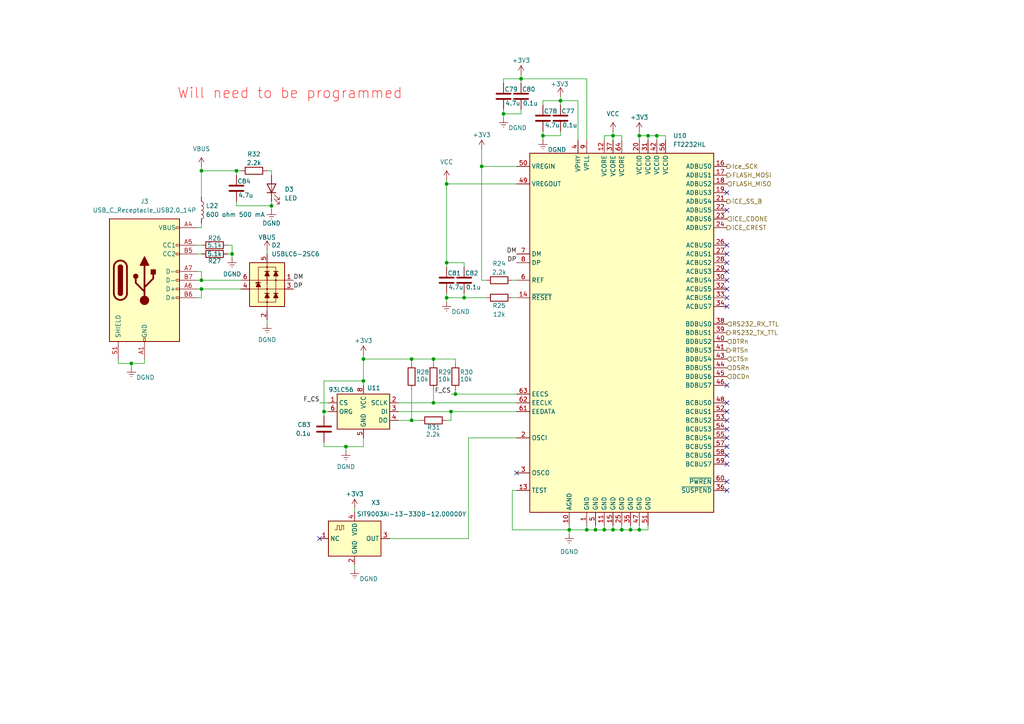
<source format=kicad_sch>
(kicad_sch (version 20231120) (generator "eeschema") (generator_version "8.0")
  (paper "A4")
  (lib_symbols
    (symbol "Connector:USB_C_Receptacle_USB2.0_14P" (pin_names (offset 1.016))
      (property "Reference" "J" (at 0 22.225 0))
      (property "Value" "USB_C_Receptacle_USB2.0_14P" (at 0 19.685 0))
      (symbol "USB_C_Receptacle_USB2.0_14P_0_0"
        (rectangle (start -0.254 -17.78) (end 0.254 -16.764))
        (rectangle (start 10.16 -4.826) (end 9.144 -5.334))
        (rectangle (start 10.16 -2.286) (end 9.144 -2.794))
        (rectangle (start 10.16 0.254) (end 9.144 -0.254))
        (rectangle (start 10.16 2.794) (end 9.144 2.286))
        (rectangle (start 10.16 7.874) (end 9.144 7.366))
        (rectangle (start 10.16 10.414) (end 9.144 9.906))
        (rectangle (start 10.16 15.494) (end 9.144 14.986))
      )
      (symbol "USB_C_Receptacle_USB2.0_14P_0_1"
        (rectangle (start -10.16 17.78) (end 10.16 -17.78) (stroke (width 0.254)) (fill (type background)))
        (arc (start -8.89 -3.81) (mid -6.985 -5.7067) (end -5.08 -3.81) (stroke (width 0.508)))
        (arc (start -7.62 -3.81) (mid -6.985 -4.4423) (end -6.35 -3.81) (stroke (width 0.254)))
        (arc (start -7.62 -3.81) (mid -6.985 -4.4423) (end -6.35 -3.81) (stroke (width 0.254)) (fill (type outline)))
        (rectangle (start -7.62 -3.81) (end -6.35 3.81) (stroke (width 0.254)) (fill (type outline)))
        (arc (start -6.35 3.81) (mid -6.985 4.4423) (end -7.62 3.81) (stroke (width 0.254)))
        (arc (start -6.35 3.81) (mid -6.985 4.4423) (end -7.62 3.81) (stroke (width 0.254)) (fill (type outline)))
        (arc (start -5.08 3.81) (mid -6.985 5.7067) (end -8.89 3.81) (stroke (width 0.508)))
        (circle (center -2.54 1.143) (radius 0.635) (stroke (width 0.254)) (fill (type outline)))
        (circle (center 0 -5.842) (radius 1.27) (fill (type outline)))
        (polyline (pts (xy -8.89 -3.81) (xy -8.89 3.81)) (stroke (width 0.508)))
        (polyline (pts (xy -5.08 3.81) (xy -5.08 -3.81)) (stroke (width 0.508)))
        (polyline (pts (xy 0 -5.842) (xy 0 4.318)) (stroke (width 0.508)))
        (polyline (pts (xy 0 -3.302) (xy -2.54 -0.762) (xy -2.54 0.508)) (stroke (width 0.508)))
        (polyline (pts (xy 0 -2.032) (xy 2.54 0.508) (xy 2.54 1.778)) (stroke (width 0.508)))
        (polyline (pts (xy -1.27 4.318) (xy 0 6.858) (xy 1.27 4.318) (xy -1.27 4.318)) (stroke (width 0.254)) (fill (type outline)))
        (rectangle (start 1.905 1.778) (end 3.175 3.048) (stroke (width 0.254)) (fill (type outline)))
      )
      (symbol "USB_C_Receptacle_USB2.0_14P_1_1"
        (pin passive line (at 0 -22.86 90) (length 5.08) (name "GND") (number "A1"))
        (pin passive line (at 0 -22.86 90) (length 5.08) hide (name "GND") (number "A12"))
        (pin passive line (at 15.24 15.24 180) (length 5.08) (name "VBUS") (number "A4"))
        (pin bidirectional line (at 15.24 10.16 180) (length 5.08) (name "CC1") (number "A5"))
        (pin bidirectional line (at 15.24 -2.54 180) (length 5.08) (name "D+") (number "A6"))
        (pin bidirectional line (at 15.24 2.54 180) (length 5.08) (name "D-") (number "A7"))
        (pin passive line (at 15.24 15.24 180) (length 5.08) hide (name "VBUS") (number "A9"))
        (pin passive line (at 0 -22.86 90) (length 5.08) hide (name "GND") (number "B1"))
        (pin passive line (at 0 -22.86 90) (length 5.08) hide (name "GND") (number "B12"))
        (pin passive line (at 15.24 15.24 180) (length 5.08) hide (name "VBUS") (number "B4"))
        (pin bidirectional line (at 15.24 7.62 180) (length 5.08) (name "CC2") (number "B5"))
        (pin bidirectional line (at 15.24 -5.08 180) (length 5.08) (name "D+") (number "B6"))
        (pin bidirectional line (at 15.24 0 180) (length 5.08) (name "D-") (number "B7"))
        (pin passive line (at 15.24 15.24 180) (length 5.08) hide (name "VBUS") (number "B9"))
        (pin passive line (at -7.62 -22.86 90) (length 5.08) (name "SHIELD") (number "S1"))
      )
    )
    (symbol "Device:C" (pin_numbers hide) (pin_names (offset 0.254))
      (property "Reference" "C" (at 0.635 2.54 0))
      (property "Value" "C" (at 0.635 -2.54 0))
      (symbol "C_0_1"
        (polyline (pts (xy -2.032 -0.762) (xy 2.032 -0.762)) (stroke (width 0.508)))
        (polyline (pts (xy -2.032 0.762) (xy 2.032 0.762)) (stroke (width 0.508)))
      )
      (symbol "C_1_1"
        (pin passive line (at 0 3.81 270) (length 2.794) (name "~") (number "1"))
        (pin passive line (at 0 -3.81 90) (length 2.794) (name "~") (number "2"))
      )
    )
    (symbol "Device:L" (pin_numbers hide) (pin_names (offset 1.016) hide)
      (property "Reference" "L" (at -1.27 0 90))
      (property "Value" "L" (at 1.905 0 90))
      (symbol "L_0_1"
        (arc (start 0 -2.54) (mid 0.6323 -1.905) (end 0 -1.27))
        (arc (start 0 -1.27) (mid 0.6323 -0.635) (end 0 0))
        (arc (start 0 0) (mid 0.6323 0.635) (end 0 1.27))
        (arc (start 0 1.27) (mid 0.6323 1.905) (end 0 2.54))
      )
      (symbol "L_1_1"
        (pin passive line (at 0 3.81 270) (length 1.27) (name "1") (number "1"))
        (pin passive line (at 0 -3.81 90) (length 1.27) (name "2") (number "2"))
      )
    )
    (symbol "Device:LED" (pin_numbers hide) (pin_names (offset 1.016) hide)
      (property "Reference" "D" (at 0 2.54 0))
      (property "Value" "LED" (at 0 -2.54 0))
      (symbol "LED_0_1"
        (polyline (pts (xy -1.27 -1.27) (xy -1.27 1.27)) (stroke (width 0.254)))
        (polyline (pts (xy -1.27 0) (xy 1.27 0)))
        (polyline (pts (xy 1.27 -1.27) (xy 1.27 1.27) (xy -1.27 0) (xy 1.27 -1.27)) (stroke (width 0.254)))
        (polyline (pts (xy -3.048 -0.762) (xy -4.572 -2.286) (xy -3.81 -2.286) (xy -4.572 -2.286) (xy -4.572 -1.524)))
        (polyline (pts (xy -1.778 -0.762) (xy -3.302 -2.286) (xy -2.54 -2.286) (xy -3.302 -2.286) (xy -3.302 -1.524)))
      )
      (symbol "LED_1_1"
        (pin passive line (at -3.81 0 0) (length 2.54) (name "K") (number "1"))
        (pin passive line (at 3.81 0 180) (length 2.54) (name "A") (number "2"))
      )
    )
    (symbol "Device:R" (pin_numbers hide) (pin_names (offset 0))
      (property "Reference" "R" (at 2.032 0 90))
      (property "Value" "R" (at 0 0 90))
      (symbol "R_0_1"
        (rectangle (start -1.016 -2.54) (end 1.016 2.54) (stroke (width 0.254)))
      )
      (symbol "R_1_1"
        (pin passive line (at 0 3.81 270) (length 1.27) (name "~") (number "1"))
        (pin passive line (at 0 -3.81 90) (length 1.27) (name "~") (number "2"))
      )
    )
    (symbol "Diode_TVS_AKL:USBLC6-2SC6" (pin_names (offset 1.016) hide)
      (property "Reference" "D" (at 6.35 6.35 0))
      (property "Value" "USBLC6-2SC6" (at 6.35 3.81 0))
      (symbol "USBLC6-2SC6_0_1"
        (rectangle (start -5.08 5.08) (end 5.08 -7.62) (stroke (width 0.254)) (fill (type background)))
        (polyline (pts (xy -5.08 -2.54) (xy 5.08 -2.54)))
        (polyline (pts (xy -5.08 0) (xy 5.08 0)))
        (polyline (pts (xy -2.54 -6.35) (xy -2.54 1.27)))
        (polyline (pts (xy -1.905 -3.81) (xy -3.175 -3.81)) (stroke (width 0.254)))
        (polyline (pts (xy -1.905 2.54) (xy -3.175 2.54)) (stroke (width 0.254)))
        (polyline (pts (xy 0 -8.89) (xy 0 -7.62)))
        (polyline (pts (xy 0 -7.62) (xy 0 -6.35)))
        (polyline (pts (xy 0 -1.27) (xy 0 1.27)))
        (polyline (pts (xy 0 1.27) (xy 0 -3.81)))
        (polyline (pts (xy 0 2.54) (xy 0 3.81)))
        (polyline (pts (xy 0 5.08) (xy 0 3.81)))
        (polyline (pts (xy 0.635 -3.81) (xy -0.635 -3.81)) (stroke (width 0.254)))
        (polyline (pts (xy 0.635 2.54) (xy -0.635 2.54)) (stroke (width 0.254)))
        (polyline (pts (xy 3.175 -0.635) (xy 1.905 -0.635)) (stroke (width 0.254)))
        (polyline (pts (xy -2.54 -6.35) (xy -2.54 -6.35) (xy 2.54 -6.35) (xy 2.54 -3.175)))
        (polyline (pts (xy -2.54 -3.81) (xy -1.905 -5.08) (xy -3.175 -5.08) (xy -2.54 -3.81)) (stroke (width 0.254)) (fill (type outline)))
        (polyline (pts (xy -2.54 2.54) (xy -1.905 1.27) (xy -3.175 1.27) (xy -2.54 2.54)) (stroke (width 0.254)) (fill (type outline)))
        (polyline (pts (xy 0 -3.81) (xy 0.635 -5.08) (xy -0.635 -5.08) (xy 0 -3.81)) (stroke (width 0.254)) (fill (type outline)))
        (polyline (pts (xy 0 2.54) (xy 0.635 1.27) (xy -0.635 1.27) (xy 0 2.54)) (stroke (width 0.254)) (fill (type outline)))
        (polyline (pts (xy 2.54 -0.635) (xy 2.54 3.81) (xy -2.54 3.81) (xy -2.54 2.54)))
        (polyline (pts (xy 2.54 -0.635) (xy 3.175 -1.905) (xy 1.905 -1.905) (xy 2.54 -0.635)) (stroke (width 0.254)) (fill (type outline)))
      )
      (symbol "USBLC6-2SC6_1_1"
        (circle (center -2.54 0) (radius 0.1778) (fill (type outline)))
        (circle (center 0 -6.35) (radius 0.1778) (fill (type outline)))
        (circle (center 0 -2.54) (radius 0.1778) (fill (type outline)))
        (polyline (pts (xy 0 -6.35) (xy 0 -3.81)))
        (polyline (pts (xy 0 0) (xy 0 2.54)))
        (polyline (pts (xy 2.54 -3.175) (xy 2.54 -0.635)))
        (polyline (pts (xy 3.175 -0.635) (xy 3.175 -1.016)) (stroke (width 0.254)))
        (circle (center 0 3.81) (radius 0.1778) (fill (type outline)))
        (pin passive line (at -7.62 0 0) (length 2.54) (name "L1") (number "1"))
        (pin passive line (at 0 -11.43 90) (length 2.54) (name "VN") (number "2"))
        (pin passive line (at -7.62 -2.54 0) (length 2.54) (name "L2") (number "3"))
        (pin passive line (at 7.62 -2.54 180) (length 2.54) (name "L2") (number "4"))
        (pin passive line (at 0 7.62 270) (length 2.54) (name "VP") (number "5"))
        (pin passive line (at 7.62 0 180) (length 2.54) (name "L1") (number "6"))
      )
    )
    (symbol "Interface_USB:FT2232HL"
      (property "Reference" "U" (at -26.67 53.34 0))
      (property "Value" "FT2232HL" (at 19.05 53.34 0))
      (symbol "FT2232HL_0_1"
        (rectangle (start -26.67 -52.07) (end 26.67 52.07) (stroke (width 0.254)) (fill (type background)))
      )
      (symbol "FT2232HL_1_1"
        (pin power_in line (at -10.16 -55.88 90) (length 3.81) (name "GND") (number "1"))
        (pin power_in line (at -15.24 -55.88 90) (length 3.81) (name "AGND") (number "10"))
        (pin power_in line (at -5.08 -55.88 90) (length 3.81) (name "GND") (number "11"))
        (pin power_in line (at -5.08 55.88 270) (length 3.81) (name "VCORE") (number "12"))
        (pin input line (at -30.48 -45.72 0) (length 3.81) (name "TEST") (number "13"))
        (pin input line (at -30.48 10.16 0) (length 3.81) (name "~{RESET}") (number "14"))
        (pin power_in line (at -2.54 -55.88 90) (length 3.81) (name "GND") (number "15"))
        (pin bidirectional line (at 30.48 48.26 180) (length 3.81) (name "ADBUS0") (number "16"))
        (pin bidirectional line (at 30.48 45.72 180) (length 3.81) (name "ADBUS1") (number "17"))
        (pin bidirectional line (at 30.48 43.18 180) (length 3.81) (name "ADBUS2") (number "18"))
        (pin bidirectional line (at 30.48 40.64 180) (length 3.81) (name "ADBUS3") (number "19"))
        (pin input line (at -30.48 -30.48 0) (length 3.81) (name "OSCI") (number "2"))
        (pin power_in line (at 5.08 55.88 270) (length 3.81) (name "VCCIO") (number "20"))
        (pin bidirectional line (at 30.48 38.1 180) (length 3.81) (name "ADBUS4") (number "21"))
        (pin bidirectional line (at 30.48 35.56 180) (length 3.81) (name "ADBUS5") (number "22"))
        (pin bidirectional line (at 30.48 33.02 180) (length 3.81) (name "ADBUS6") (number "23"))
        (pin bidirectional line (at 30.48 30.48 180) (length 3.81) (name "ADBUS7") (number "24"))
        (pin power_in line (at 0 -55.88 90) (length 3.81) (name "GND") (number "25"))
        (pin bidirectional line (at 30.48 25.4 180) (length 3.81) (name "ACBUS0") (number "26"))
        (pin bidirectional line (at 30.48 22.86 180) (length 3.81) (name "ACBUS1") (number "27"))
        (pin bidirectional line (at 30.48 20.32 180) (length 3.81) (name "ACBUS2") (number "28"))
        (pin bidirectional line (at 30.48 17.78 180) (length 3.81) (name "ACBUS3") (number "29"))
        (pin output line (at -30.48 -40.64 0) (length 3.81) (name "OSCO") (number "3"))
        (pin bidirectional line (at 30.48 15.24 180) (length 3.81) (name "ACBUS4") (number "30"))
        (pin power_in line (at 7.62 55.88 270) (length 3.81) (name "VCCIO") (number "31"))
        (pin bidirectional line (at 30.48 12.7 180) (length 3.81) (name "ACBUS5") (number "32"))
        (pin bidirectional line (at 30.48 10.16 180) (length 3.81) (name "ACBUS6") (number "33"))
        (pin bidirectional line (at 30.48 7.62 180) (length 3.81) (name "ACBUS7") (number "34"))
        (pin power_in line (at 2.54 -55.88 90) (length 3.81) (name "GND") (number "35"))
        (pin output line (at 30.48 -45.72 180) (length 3.81) (name "~{SUSPEND}") (number "36"))
        (pin power_in line (at -2.54 55.88 270) (length 3.81) (name "VCORE") (number "37"))
        (pin bidirectional line (at 30.48 2.54 180) (length 3.81) (name "BDBUS0") (number "38"))
        (pin bidirectional line (at 30.48 0 180) (length 3.81) (name "BDBUS1") (number "39"))
        (pin power_in line (at -12.7 55.88 270) (length 3.81) (name "VPHY") (number "4"))
        (pin bidirectional line (at 30.48 -2.54 180) (length 3.81) (name "BDBUS2") (number "40"))
        (pin bidirectional line (at 30.48 -5.08 180) (length 3.81) (name "BDBUS3") (number "41"))
        (pin power_in line (at 10.16 55.88 270) (length 3.81) (name "VCCIO") (number "42"))
        (pin bidirectional line (at 30.48 -7.62 180) (length 3.81) (name "BDBUS4") (number "43"))
        (pin bidirectional line (at 30.48 -10.16 180) (length 3.81) (name "BDBUS5") (number "44"))
        (pin bidirectional line (at 30.48 -12.7 180) (length 3.81) (name "BDBUS6") (number "45"))
        (pin bidirectional line (at 30.48 -15.24 180) (length 3.81) (name "BDBUS7") (number "46"))
        (pin power_in line (at 5.08 -55.88 90) (length 3.81) (name "GND") (number "47"))
        (pin bidirectional line (at 30.48 -20.32 180) (length 3.81) (name "BCBUS0") (number "48"))
        (pin power_out line (at -30.48 43.18 0) (length 3.81) (name "VREGOUT") (number "49"))
        (pin power_in line (at -7.62 -55.88 90) (length 3.81) (name "GND") (number "5"))
        (pin power_in line (at -30.48 48.26 0) (length 3.81) (name "VREGIN") (number "50"))
        (pin power_in line (at 7.62 -55.88 90) (length 3.81) (name "GND") (number "51"))
        (pin bidirectional line (at 30.48 -22.86 180) (length 3.81) (name "BCBUS1") (number "52"))
        (pin bidirectional line (at 30.48 -25.4 180) (length 3.81) (name "BCBUS2") (number "53"))
        (pin bidirectional line (at 30.48 -27.94 180) (length 3.81) (name "BCBUS3") (number "54"))
        (pin bidirectional line (at 30.48 -30.48 180) (length 3.81) (name "BCBUS4") (number "55"))
        (pin power_in line (at 12.7 55.88 270) (length 3.81) (name "VCCIO") (number "56"))
        (pin bidirectional line (at 30.48 -33.02 180) (length 3.81) (name "BCBUS5") (number "57"))
        (pin bidirectional line (at 30.48 -35.56 180) (length 3.81) (name "BCBUS6") (number "58"))
        (pin bidirectional line (at 30.48 -38.1 180) (length 3.81) (name "BCBUS7") (number "59"))
        (pin output line (at -30.48 15.24 0) (length 3.81) (name "REF") (number "6"))
        (pin output line (at 30.48 -43.18 180) (length 3.81) (name "~{PWREN}") (number "60"))
        (pin bidirectional line (at -30.48 -22.86 0) (length 3.81) (name "EEDATA") (number "61"))
        (pin output line (at -30.48 -20.32 0) (length 3.81) (name "EECLK") (number "62"))
        (pin output line (at -30.48 -17.78 0) (length 3.81) (name "EECS") (number "63"))
        (pin power_in line (at 0 55.88 270) (length 3.81) (name "VCORE") (number "64"))
        (pin bidirectional line (at -30.48 22.86 0) (length 3.81) (name "DM") (number "7"))
        (pin bidirectional line (at -30.48 20.32 0) (length 3.81) (name "DP") (number "8"))
        (pin input line (at -10.16 55.88 270) (length 3.81) (name "VPLL") (number "9"))
      )
    )
    (symbol "Memory_EEPROM:93LCxxC"
      (property "Reference" "U" (at -7.62 6.35 0))
      (property "Value" "93LCxxC" (at 2.54 -6.35 0))
      (symbol "93LCxxC_1_1"
        (rectangle (start -7.62 5.08) (end 7.62 -5.08) (stroke (width 0.254)) (fill (type background)))
        (pin input line (at -10.16 2.54 0) (length 2.54) (name "CS") (number "1"))
        (pin input line (at 10.16 2.54 180) (length 2.54) (name "SCLK") (number "2"))
        (pin input line (at 10.16 0 180) (length 2.54) (name "DI") (number "3"))
        (pin tri_state line (at 10.16 -2.54 180) (length 2.54) (name "DO") (number "4"))
        (pin power_in line (at 0 -7.62 90) (length 2.54) (name "GND") (number "5"))
        (pin input line (at -10.16 0 0) (length 2.54) (name "ORG") (number "6"))
        (pin no_connect line (at -7.62 -2.54 0) (length 2.54) hide (name "NC") (number "7"))
        (pin power_in line (at 0 7.62 270) (length 2.54) (name "VCC") (number "8"))
      )
    )
    (symbol "Oscillator:ASCO"
      (property "Reference" "X1" (at 13.208 9.144 0))
      (property "Value" "SIT8918AE-13-33N-45" (at 12.7 6.858 0))
      (symbol "ASCO_0_1"
        (rectangle (start -7.62 5.08) (end 7.62 -5.08) (stroke (width 0.254)) (fill (type background)))
        (polyline (pts (xy -5.715 2.54) (xy -5.08 2.54) (xy -5.08 3.81) (xy -4.445 3.81) (xy -4.445 2.54) (xy -3.81 2.54) (xy -3.81 3.81) (xy -3.175 3.81) (xy -3.175 2.54)))
      )
      (symbol "ASCO_1_1"
        (pin input line (at -10.16 0 0) (length 2.54) (name "NC") (number "1"))
        (pin power_in line (at 0 -7.62 90) (length 2.54) (name "GND") (number "2"))
        (pin output line (at 10.16 0 180) (length 2.54) (name "OUT") (number "3"))
        (pin power_in line (at 0 7.62 270) (length 2.54) (name "VDD") (number "4"))
      )
    )
    (symbol "power:+3V3" (power) (pin_numbers hide) (pin_names (offset 0) hide)
      (property "Value" "+3V3" (at 0 3.556 0))
      (symbol "+3V3_0_1"
        (polyline (pts (xy -0.762 1.27) (xy 0 2.54)))
        (polyline (pts (xy 0 0) (xy 0 2.54)))
        (polyline (pts (xy 0 2.54) (xy 0.762 1.27)))
      )
      (symbol "+3V3_1_1"
        (pin power_in line (at 0 0 90) (length 0) (name "~") (number "1"))
      )
    )
    (symbol "power:Earth" (power) (pin_numbers hide) (pin_names (offset 0) hide)
      (property "Value" "Earth" (at 0 -3.81 0))
      (symbol "Earth_0_1"
        (polyline (pts (xy -0.635 -1.905) (xy 0.635 -1.905)))
        (polyline (pts (xy -0.127 -2.54) (xy 0.127 -2.54)))
        (polyline (pts (xy 0 -1.27) (xy 0 0)))
        (polyline (pts (xy 1.27 -1.27) (xy -1.27 -1.27)))
      )
      (symbol "Earth_1_1"
        (pin power_in line (at 0 0 270) (length 0) (name "~") (number "1"))
      )
    )
    (symbol "power:VBUS" (power) (pin_numbers hide) (pin_names (offset 0) hide)
      (property "Value" "VBUS" (at 0 3.556 0))
      (symbol "VBUS_0_1"
        (polyline (pts (xy -0.762 1.27) (xy 0 2.54)))
        (polyline (pts (xy 0 0) (xy 0 2.54)))
        (polyline (pts (xy 0 2.54) (xy 0.762 1.27)))
      )
      (symbol "VBUS_1_1"
        (pin power_in line (at 0 0 90) (length 0) (name "~") (number "1"))
      )
    )
    (symbol "power:VCC" (power) (pin_numbers hide) (pin_names (offset 0) hide)
      (property "Value" "VCC" (at 0 3.556 0))
      (symbol "VCC_0_1"
        (polyline (pts (xy -0.762 1.27) (xy 0 2.54)))
        (polyline (pts (xy 0 0) (xy 0 2.54)))
        (polyline (pts (xy 0 2.54) (xy 0.762 1.27)))
      )
      (symbol "VCC_1_1"
        (pin power_in line (at 0 0 90) (length 0) (name "~") (number "1"))
      )
    )
  )
  (junction (at 180.34 153.67))
  (junction (at 125.73 116.84))
  (junction (at 165.1 153.67))
  (junction (at 119.38 121.92))
  (junction (at 177.8 153.67))
  (junction (at 182.88 153.67))
  (junction (at 162.56 29.21))
  (junction (at 58.42 49.53))
  (junction (at 58.42 83.82))
  (junction (at 157.48 39.37))
  (junction (at 175.26 153.67))
  (junction (at 78.74 59.69))
  (junction (at 105.41 110.49))
  (junction (at 129.54 76.2))
  (junction (at 100.33 129.54))
  (junction (at 130.81 119.38))
  (junction (at 170.18 153.67))
  (junction (at 125.73 104.14))
  (junction (at 68.58 49.53))
  (junction (at 177.8 39.37))
  (junction (at 132.08 114.3))
  (junction (at 146.05 33.02))
  (junction (at 172.72 153.67))
  (junction (at 67.31 73.66))
  (junction (at 129.54 53.34))
  (junction (at 139.7 48.26))
  (junction (at 190.5 39.37))
  (junction (at 151.13 22.86))
  (junction (at 105.41 104.14))
  (junction (at 187.96 39.37))
  (junction (at 119.38 104.14))
  (junction (at 185.42 153.67))
  (junction (at 129.54 86.36))
  (junction (at 93.98 119.38))
  (junction (at 58.42 81.28))
  (junction (at 134.62 86.36))
  (junction (at 185.42 39.37))
  (junction (at 38.1 105.41))
  (no_connect (at 210.82 88.9))
  (no_connect (at 210.82 134.62))
  (no_connect (at 210.82 127))
  (no_connect (at 210.82 132.08))
  (no_connect (at 210.82 55.88))
  (no_connect (at 210.82 116.84))
  (no_connect (at 92.71 156.21))
  (no_connect (at 210.82 121.92))
  (no_connect (at 210.82 111.76))
  (no_connect (at 210.82 86.36))
  (no_connect (at 210.82 71.12))
  (no_connect (at 210.82 119.38))
  (no_connect (at 210.82 81.28))
  (no_connect (at 210.82 83.82))
  (no_connect (at 210.82 76.2))
  (no_connect (at 210.82 129.54))
  (no_connect (at 210.82 78.74))
  (no_connect (at 149.86 137.16))
  (no_connect (at 210.82 124.46))
  (no_connect (at 210.82 60.96))
  (no_connect (at 210.82 142.24))
  (no_connect (at 210.82 73.66))
  (no_connect (at 210.82 139.7))
  (wire (pts (xy 134.62 85.09) (xy 134.62 86.36)))
  (wire (pts (xy 129.54 85.09) (xy 129.54 86.36)))
  (wire (pts (xy 119.38 121.92) (xy 121.92 121.92)))
  (wire (pts (xy 66.04 71.12) (xy 67.31 71.12)))
  (wire (pts (xy 185.42 38.1) (xy 185.42 39.37)))
  (wire (pts (xy 102.87 163.83) (xy 102.87 165.1)))
  (wire (pts (xy 162.56 27.94) (xy 162.56 29.21)))
  (wire (pts (xy 162.56 39.37) (xy 157.48 39.37)))
  (wire (pts (xy 57.15 73.66) (xy 58.42 73.66)))
  (wire (pts (xy 130.81 114.3) (xy 132.08 114.3)))
  (wire (pts (xy 68.58 49.53) (xy 69.85 49.53)))
  (wire (pts (xy 132.08 114.3) (xy 149.86 114.3)))
  (wire (pts (xy 170.18 153.67) (xy 172.72 153.67)))
  (wire (pts (xy 165.1 153.67) (xy 170.18 153.67)))
  (wire (pts (xy 151.13 21.59) (xy 151.13 22.86)))
  (wire (pts (xy 58.42 83.82) (xy 58.42 86.36)))
  (wire (pts (xy 182.88 152.4) (xy 182.88 153.67)))
  (wire (pts (xy 167.64 29.21) (xy 162.56 29.21)))
  (wire (pts (xy 58.42 49.53) (xy 68.58 49.53)))
  (wire (pts (xy 185.42 39.37) (xy 185.42 40.64)))
  (wire (pts (xy 135.89 156.21) (xy 135.89 127)))
  (wire (pts (xy 92.71 116.84) (xy 95.25 116.84)))
  (wire (pts (xy 157.48 30.48) (xy 157.48 29.21)))
  (wire (pts (xy 170.18 152.4) (xy 170.18 153.67)))
  (wire (pts (xy 58.42 78.74) (xy 58.42 81.28)))
  (wire (pts (xy 134.62 76.2) (xy 129.54 76.2)))
  (wire (pts (xy 129.54 53.34) (xy 129.54 76.2)))
  (wire (pts (xy 130.81 119.38) (xy 149.86 119.38)))
  (wire (pts (xy 175.26 40.64) (xy 175.26 39.37)))
  (wire (pts (xy 148.59 86.36) (xy 149.86 86.36)))
  (wire (pts (xy 187.96 39.37) (xy 187.96 40.64)))
  (wire (pts (xy 139.7 48.26) (xy 139.7 81.28)))
  (wire (pts (xy 100.33 129.54) (xy 100.33 130.81)))
  (wire (pts (xy 139.7 48.26) (xy 149.86 48.26)))
  (wire (pts (xy 185.42 153.67) (xy 187.96 153.67)))
  (wire (pts (xy 149.86 53.34) (xy 129.54 53.34)))
  (wire (pts (xy 139.7 81.28) (xy 140.97 81.28)))
  (wire (pts (xy 129.54 52.07) (xy 129.54 53.34)))
  (wire (pts (xy 78.74 49.53) (xy 78.74 50.8)))
  (wire (pts (xy 157.48 38.1) (xy 157.48 39.37)))
  (wire (pts (xy 139.7 43.18) (xy 139.7 48.26)))
  (wire (pts (xy 157.48 39.37) (xy 157.48 40.64)))
  (wire (pts (xy 68.58 49.53) (xy 68.58 50.8)))
  (wire (pts (xy 58.42 83.82) (xy 69.85 83.82)))
  (wire (pts (xy 177.8 153.67) (xy 180.34 153.67)))
  (wire (pts (xy 34.29 105.41) (xy 38.1 105.41)))
  (wire (pts (xy 58.42 66.04) (xy 57.15 66.04)))
  (wire (pts (xy 187.96 39.37) (xy 185.42 39.37)))
  (wire (pts (xy 78.74 60.96) (xy 78.74 59.69)))
  (wire (pts (xy 177.8 39.37) (xy 177.8 40.64)))
  (wire (pts (xy 175.26 152.4) (xy 175.26 153.67)))
  (wire (pts (xy 165.1 152.4) (xy 165.1 153.67)))
  (wire (pts (xy 185.42 152.4) (xy 185.42 153.67)))
  (wire (pts (xy 190.5 39.37) (xy 190.5 40.64)))
  (wire (pts (xy 151.13 31.75) (xy 151.13 33.02)))
  (wire (pts (xy 148.59 142.24) (xy 148.59 153.67)))
  (wire (pts (xy 193.04 40.64) (xy 193.04 39.37)))
  (wire (pts (xy 115.57 121.92) (xy 119.38 121.92)))
  (wire (pts (xy 135.89 156.21) (xy 113.03 156.21)))
  (wire (pts (xy 58.42 81.28) (xy 69.85 81.28)))
  (wire (pts (xy 180.34 153.67) (xy 182.88 153.67)))
  (wire (pts (xy 119.38 104.14) (xy 119.38 105.41)))
  (wire (pts (xy 58.42 81.28) (xy 57.15 81.28)))
  (wire (pts (xy 105.41 102.87) (xy 105.41 104.14)))
  (wire (pts (xy 119.38 104.14) (xy 125.73 104.14)))
  (wire (pts (xy 78.74 59.69) (xy 78.74 58.42)))
  (wire (pts (xy 57.15 71.12) (xy 58.42 71.12)))
  (wire (pts (xy 172.72 152.4) (xy 172.72 153.67)))
  (wire (pts (xy 129.54 86.36) (xy 134.62 86.36)))
  (wire (pts (xy 182.88 153.67) (xy 185.42 153.67)))
  (wire (pts (xy 77.47 92.71) (xy 77.47 93.98)))
  (wire (pts (xy 167.64 40.64) (xy 167.64 29.21)))
  (wire (pts (xy 125.73 104.14) (xy 132.08 104.14)))
  (wire (pts (xy 38.1 105.41) (xy 38.1 106.68)))
  (wire (pts (xy 68.58 58.42) (xy 68.58 59.69)))
  (wire (pts (xy 177.8 152.4) (xy 177.8 153.67)))
  (wire (pts (xy 149.86 142.24) (xy 148.59 142.24)))
  (wire (pts (xy 100.33 129.54) (xy 105.41 129.54)))
  (wire (pts (xy 125.73 113.03) (xy 125.73 116.84)))
  (wire (pts (xy 105.41 110.49) (xy 93.98 110.49)))
  (wire (pts (xy 162.56 29.21) (xy 162.56 30.48)))
  (wire (pts (xy 148.59 81.28) (xy 149.86 81.28)))
  (wire (pts (xy 162.56 38.1) (xy 162.56 39.37)))
  (wire (pts (xy 180.34 39.37) (xy 177.8 39.37)))
  (wire (pts (xy 177.8 38.1) (xy 177.8 39.37)))
  (wire (pts (xy 77.47 72.39) (xy 77.47 73.66)))
  (wire (pts (xy 93.98 129.54) (xy 100.33 129.54)))
  (wire (pts (xy 134.62 86.36) (xy 140.97 86.36)))
  (wire (pts (xy 57.15 86.36) (xy 58.42 86.36)))
  (wire (pts (xy 66.04 73.66) (xy 67.31 73.66)))
  (wire (pts (xy 148.59 153.67) (xy 165.1 153.67)))
  (wire (pts (xy 67.31 71.12) (xy 67.31 73.66)))
  (wire (pts (xy 170.18 22.86) (xy 151.13 22.86)))
  (wire (pts (xy 105.41 129.54) (xy 105.41 127)))
  (wire (pts (xy 129.54 121.92) (xy 130.81 121.92)))
  (wire (pts (xy 93.98 128.27) (xy 93.98 129.54)))
  (wire (pts (xy 38.1 105.41) (xy 41.91 105.41)))
  (wire (pts (xy 151.13 33.02) (xy 146.05 33.02)))
  (wire (pts (xy 193.04 39.37) (xy 190.5 39.37)))
  (wire (pts (xy 175.26 39.37) (xy 177.8 39.37)))
  (wire (pts (xy 165.1 153.67) (xy 165.1 154.94)))
  (wire (pts (xy 129.54 87.63) (xy 129.54 86.36)))
  (wire (pts (xy 34.29 104.14) (xy 34.29 105.41)))
  (wire (pts (xy 58.42 57.15) (xy 58.42 49.53)))
  (wire (pts (xy 134.62 77.47) (xy 134.62 76.2)))
  (wire (pts (xy 175.26 153.67) (xy 177.8 153.67)))
  (wire (pts (xy 125.73 104.14) (xy 125.73 105.41)))
  (wire (pts (xy 172.72 153.67) (xy 175.26 153.67)))
  (wire (pts (xy 41.91 104.14) (xy 41.91 105.41)))
  (wire (pts (xy 180.34 40.64) (xy 180.34 39.37)))
  (wire (pts (xy 105.41 104.14) (xy 119.38 104.14)))
  (wire (pts (xy 125.73 116.84) (xy 149.86 116.84)))
  (wire (pts (xy 78.74 49.53) (xy 77.47 49.53)))
  (wire (pts (xy 187.96 153.67) (xy 187.96 152.4)))
  (wire (pts (xy 58.42 64.77) (xy 58.42 66.04)))
  (wire (pts (xy 93.98 119.38) (xy 95.25 119.38)))
  (wire (pts (xy 170.18 40.64) (xy 170.18 22.86)))
  (wire (pts (xy 93.98 110.49) (xy 93.98 119.38)))
  (wire (pts (xy 105.41 110.49) (xy 105.41 111.76)))
  (wire (pts (xy 93.98 120.65) (xy 93.98 119.38)))
  (wire (pts (xy 132.08 105.41) (xy 132.08 104.14)))
  (wire (pts (xy 58.42 48.26) (xy 58.42 49.53)))
  (wire (pts (xy 135.89 127) (xy 149.86 127)))
  (wire (pts (xy 157.48 29.21) (xy 162.56 29.21)))
  (wire (pts (xy 102.87 147.32) (xy 102.87 148.59)))
  (wire (pts (xy 146.05 22.86) (xy 151.13 22.86)))
  (wire (pts (xy 146.05 33.02) (xy 146.05 34.29)))
  (wire (pts (xy 151.13 22.86) (xy 151.13 24.13)))
  (wire (pts (xy 129.54 76.2) (xy 129.54 77.47)))
  (wire (pts (xy 58.42 83.82) (xy 57.15 83.82)))
  (wire (pts (xy 57.15 78.74) (xy 58.42 78.74)))
  (wire (pts (xy 146.05 24.13) (xy 146.05 22.86)))
  (wire (pts (xy 190.5 39.37) (xy 187.96 39.37)))
  (wire (pts (xy 115.57 116.84) (xy 125.73 116.84)))
  (wire (pts (xy 105.41 104.14) (xy 105.41 110.49)))
  (wire (pts (xy 119.38 113.03) (xy 119.38 121.92)))
  (wire (pts (xy 180.34 152.4) (xy 180.34 153.67)))
  (wire (pts (xy 115.57 119.38) (xy 130.81 119.38)))
  (wire (pts (xy 67.31 73.66) (xy 67.31 74.93)))
  (wire (pts (xy 132.08 114.3) (xy 132.08 113.03)))
  (wire (pts (xy 146.05 31.75) (xy 146.05 33.02)))
  (wire (pts (xy 68.58 59.69) (xy 78.74 59.69)))
  (wire (pts (xy 130.81 119.38) (xy 130.81 121.92)))
  (text "Will need to be programmed" (at 84.074 27.178 0) (effects (font (size 3 3))))
  (label "DP" (at 85.09 83.82 0))
  (label "DP" (at 149.86 76.2 180))
  (label "DM" (at 149.86 73.66 180))
  (label "DM" (at 85.09 81.28 0))
  (label "F_CS" (at 92.71 116.84 180))
  (label "F_CS" (at 130.81 114.3 180))
  (hierarchical_label "FLASH_MOSI" (shape output) (at 210.82 50.8 0))
  (hierarchical_label "RS232_TX_TTL" (shape output) (at 210.82 96.52 0))
  (hierarchical_label "DCDn" (shape input) (at 210.82 109.22 0))
  (hierarchical_label "DTRn" (shape input) (at 210.82 99.06 0))
  (hierarchical_label "iCE_SS_B" (shape output) (at 210.82 58.42 0))
  (hierarchical_label "iCE_CREST" (shape output) (at 210.82 66.04 0))
  (hierarchical_label "CTSn" (shape input) (at 210.82 104.14 0))
  (hierarchical_label "iCE_CDONE" (shape input) (at 210.82 63.5 0))
  (hierarchical_label "RS232_RX_TTL" (shape input) (at 210.82 93.98 0))
  (hierarchical_label "FLASH_MISO" (shape input) (at 210.82 53.34 0))
  (hierarchical_label "RTSn" (shape output) (at 210.82 101.6 0))
  (hierarchical_label "Ice_SCK" (shape output) (at 210.82 48.26 0))
  (hierarchical_label "DSRn" (shape input) (at 210.82 106.68 0))
  (symbol (lib_id "Device:C") (at 146.05 27.94 0) (unit 1)
    (property "Reference" "C79" (at 146.304 25.908 0) (effects (justify left)))
    (property "Value" "4.7u" (at 146.558 29.972 0) (effects (justify left)))
    (property "Footprint" "Capacitor_SMD:C_0402_1005Metric" (effects (hide yes)))
    (property "Description" "Unpolarized capacitor" (effects (hide yes)))
  )
  (symbol (lib_id "power:VBUS") (at 77.47 72.39 0) (unit 1)
    (property "Reference" "#PWR088" (effects (hide yes)))
    (property "Value" "VBUS" (at 77.47 68.834 0))
    (property "Description" "Power symbol creates a global label with name \"VBUS\"" (effects (hide yes)))
  )
  (symbol (lib_id "Device:C") (at 162.56 34.29 0) (unit 1)
    (property "Reference" "C77" (at 162.814 32.258 0) (effects (justify left)))
    (property "Value" "0.1u" (at 163.068 36.322 0) (effects (justify left)))
    (property "Footprint" "Capacitor_SMD:C_0402_1005Metric" (effects (hide yes)))
    (property "Description" "Unpolarized capacitor" (effects (hide yes)))
  )
  (symbol (lib_id "power:Earth") (at 78.74 60.96 0) (unit 1)
    (property "Reference" "#PWR094" (effects (hide yes)))
    (property "Value" "DGND" (at 78.74 64.77 0))
    (property "Description" "Power symbol creates a global label with name \"Earth\"" (effects (hide yes)))
  )
  (symbol (lib_id "Device:R") (at 144.78 81.28 90) (unit 1)
    (property "Reference" "R24" (at 144.78 76.454 90))
    (property "Value" "2.2k" (at 144.78 78.994 90))
    (property "Footprint" "Resistor_SMD:R_0402_1005Metric" (effects (hide yes)))
    (property "Description" "Resistor" (effects (hide yes)))
  )
  (symbol (lib_id "Device:C") (at 129.54 81.28 0) (unit 1)
    (property "Reference" "C81" (at 129.794 79.248 0) (effects (justify left)))
    (property "Value" "4.7u" (at 130.048 83.312 0) (effects (justify left)))
    (property "Footprint" "Capacitor_SMD:C_0402_1005Metric" (effects (hide yes)))
    (property "Description" "Unpolarized capacitor" (effects (hide yes)))
  )
  (symbol (lib_id "power:Earth") (at 165.1 154.94 0) (unit 1)
    (property "Reference" "#PWR075" (effects (hide yes)))
    (property "Value" "DGND" (at 165.1 160.02 0))
    (property "Description" "Power symbol creates a global label with name \"Earth\"" (effects (hide yes)))
  )
  (symbol (lib_id "power:Earth") (at 77.47 93.98 0) (unit 1)
    (property "Reference" "#PWR087" (effects (hide yes)))
    (property "Value" "DGND" (at 77.47 98.552 0))
    (property "Description" "Power symbol creates a global label with name \"Earth\"" (effects (hide yes)))
  )
  (symbol (lib_id "Memory_EEPROM:93LCxxC") (at 105.41 119.38 0) (unit 1)
    (property "Reference" "U11" (at 106.426 112.522 0) (effects (justify left)))
    (property "Value" "93LC56" (at 95.25 113.03 0) (effects (justify left)))
    (property "Footprint" "Package_SO:SOIC-8_3.9x4.9mm_P1.27mm" (effects (hide yes)))
    (property "Datasheet" "http://ww1.microchip.com/downloads/en/DeviceDoc/20001749K.pdf" (effects (hide yes)))
    (property "Description" "Serial EEPROM, 93 Series, with ORG Pin, 2.5V, DIP-8/SOIC-8" (effects (hide yes)))
    (property "Link" "https://www.digikey.com/en/products/detail/microchip-technology/93LC56-SN/44531" (effects (hide yes)))
  )
  (symbol (lib_id "Device:LED") (at 78.74 54.61 90) (unit 1)
    (property "Reference" "D3" (at 82.55 54.9274 90) (effects (justify right)))
    (property "Value" "LED" (at 82.55 57.4674 90) (effects (justify right)))
    (property "Footprint" "LED_SMD:LED_0603_1608Metric" (effects (hide yes)))
    (property "Description" "Light emitting diode" (effects (hide yes)))
  )
  (symbol (lib_id "power:VCC") (at 177.8 38.1 0) (unit 1)
    (property "Reference" "#PWR083" (effects (hide yes)))
    (property "Value" "VCC" (at 177.8 33.02 0))
    (property "Description" "Power symbol creates a global label with name \"VCC\"" (effects (hide yes)))
  )
  (symbol (lib_id "Device:C") (at 151.13 27.94 0) (unit 1)
    (property "Reference" "C80" (at 151.384 25.908 0) (effects (justify left)))
    (property "Value" "0.1u" (at 151.638 29.972 0) (effects (justify left)))
    (property "Footprint" "Capacitor_SMD:C_0402_1005Metric" (effects (hide yes)))
    (property "Description" "Unpolarized capacitor" (effects (hide yes)))
  )
  (symbol (lib_id "Device:R") (at 73.66 49.53 90) (unit 1)
    (property "Reference" "R32" (at 73.66 44.704 90))
    (property "Value" "2.2k" (at 73.66 47.244 90))
    (property "Footprint" "Resistor_SMD:R_0402_1005Metric" (effects (hide yes)))
    (property "Description" "Resistor" (effects (hide yes)))
  )
  (symbol (lib_id "power:+3V3") (at 162.56 27.94 0) (unit 1)
    (property "Reference" "#PWR078" (effects (hide yes)))
    (property "Value" "+3V3" (at 162.306 24.384 0))
    (property "Description" "Power symbol creates a global label with name \"+3V3\"" (effects (hide yes)))
  )
  (symbol (lib_id "Device:L") (at 58.42 60.96 0) (unit 1)
    (property "Reference" "L22" (at 59.69 59.6899 0) (effects (justify left)))
    (property "Value" "600 ohm 500 mA" (at 59.69 62.2299 0) (effects (justify left)))
    (property "Footprint" "Inductor_SMD:L_0603_1608Metric" (effects (hide yes)))
    (property "Description" "Inductor" (effects (hide yes)))
  )
  (symbol (lib_id "Device:C") (at 134.62 81.28 0) (unit 1)
    (property "Reference" "C82" (at 134.874 79.248 0) (effects (justify left)))
    (property "Value" "0.1u" (at 135.128 83.312 0) (effects (justify left)))
    (property "Footprint" "Capacitor_SMD:C_0402_1005Metric" (effects (hide yes)))
    (property "Description" "Unpolarized capacitor" (effects (hide yes)))
  )
  (symbol (lib_id "power:+3V3") (at 151.13 21.59 0) (unit 1)
    (property "Reference" "#PWR079" (effects (hide yes)))
    (property "Value" "+3V3" (at 151.13 17.526 0))
    (property "Description" "Power symbol creates a global label with name \"+3V3\"" (effects (hide yes)))
  )
  (symbol (lib_id "power:Earth") (at 38.1 106.68 0) (unit 1)
    (property "Reference" "#PWR085" (effects (hide yes)))
    (property "Value" "DGND" (at 42.164 109.474 0))
    (property "Description" "Power symbol creates a global label with name \"Earth\"" (effects (hide yes)))
  )
  (symbol (lib_id "Oscillator:ASCO") (at 102.87 156.21 0) (unit 1)
    (property "Reference" "X3" (at 108.966 145.796 0))
    (property "Value" "SIT9003AI-13-33DB-12.00000Y" (at 119.38 149.098 0))
    (property "Footprint" "COMMS_footprints:Oscillator_SMD_SiTime_PQFD-4L_2.5x2mm" (effects (hide yes)))
    (property "Description" "https://www.digikey.com/en/products/detail/sitime/SIT9003AI-13-33DB-12-00000Y/13164916" (effects (hide yes)))
  )
  (symbol (lib_id "power:Earth") (at 146.05 34.29 0) (unit 1)
    (property "Reference" "#PWR077" (effects (hide yes)))
    (property "Value" "DGND" (at 150.114 37.084 0))
    (property "Description" "Power symbol creates a global label with name \"Earth\"" (effects (hide yes)))
  )
  (symbol (lib_id "Device:R") (at 62.23 71.12 90) (unit 1)
    (property "Reference" "R26" (at 62.23 69.088 90))
    (property "Value" "5.1k" (at 62.23 71.12 90))
    (property "Footprint" "Resistor_SMD:R_0402_1005Metric" (effects (hide yes)))
    (property "Description" "Resistor" (effects (hide yes)))
  )
  (symbol (lib_id "Device:C") (at 157.48 34.29 0) (unit 1)
    (property "Reference" "C78" (at 157.734 32.258 0) (effects (justify left)))
    (property "Value" "4.7u" (at 157.988 36.322 0) (effects (justify left)))
    (property "Footprint" "Capacitor_SMD:C_0402_1005Metric" (effects (hide yes)))
    (property "Description" "Unpolarized capacitor" (effects (hide yes)))
  )
  (symbol (lib_id "Device:R") (at 125.73 121.92 270) (unit 1)
    (property "Reference" "R31" (at 127.762 123.952 90) (effects (justify right)))
    (property "Value" "2.2k" (at 127.762 125.984 90) (effects (justify right)))
    (property "Footprint" "Resistor_SMD:R_0402_1005Metric" (effects (hide yes)))
    (property "Description" "Resistor" (effects (hide yes)))
  )
  (symbol (lib_id "power:+3V3") (at 102.87 147.32 0) (unit 1)
    (property "Reference" "#PWR090" (effects (hide yes)))
    (property "Value" "+3V3" (at 102.87 143.256 0))
    (property "Description" "Power symbol creates a global label with name \"+3V3\"" (effects (hide yes)))
  )
  (symbol (lib_id "Diode_TVS_AKL:USBLC6-2SC6") (at 77.47 81.28 0) (mirror y) (unit 1)
    (property "Reference" "D2" (at 78.74 71.12 0) (effects (justify right)))
    (property "Value" "USBLC6-2SC6" (at 78.74 73.66 0) (effects (justify right)))
    (property "Footprint" "Package_TO_SOT_SMD:TSOT-23-6_HandSoldering" (effects (hide yes)))
    (property "Datasheet" "https://www.tme.eu/Document/db59d28d28a96c34f26d05f234ff409c/USBLC6-2.pdf" (effects (hide yes)))
  )
  (symbol (lib_id "power:+3V3") (at 105.41 102.87 0) (unit 1)
    (property "Reference" "#PWR093" (effects (hide yes)))
    (property "Value" "+3V3" (at 105.41 98.806 0))
    (property "Description" "Power symbol creates a global label with name \"+3V3\"" (effects (hide yes)))
  )
  (symbol (lib_id "power:Earth") (at 102.87 165.1 0) (unit 1)
    (property "Reference" "#PWR089" (effects (hide yes)))
    (property "Value" "DGND" (at 106.934 167.894 0))
    (property "Description" "Power symbol creates a global label with name \"Earth\"" (effects (hide yes)))
  )
  (symbol (lib_id "Connector:USB_C_Receptacle_USB2.0_14P") (at 41.91 81.28 0) (unit 1)
    (property "Reference" "J3" (at 41.91 58.42 0))
    (property "Value" "USB_C_Receptacle_USB2.0_14P" (at 41.91 60.96 0))
    (property "Footprint" "Connector_USB:USB_C_Receptacle_GCT_USB4105-xx-A_16P_TopMnt_Horizontal" (effects (hide yes)))
    (property "Datasheet" "https://mm.digikey.com/Volume0/opasdata/d220001/medias/docus/5492/USB4105.pdf" (effects (hide yes)))
    (property "Description" "https://www.digikey.com/en/products/detail/gct/USB4105-GF-A/11198441" (effects (hide yes)))
  )
  (symbol (lib_id "power:VCC") (at 129.54 52.07 0) (unit 1)
    (property "Reference" "#PWR082" (effects (hide yes)))
    (property "Value" "VCC" (at 129.54 46.99 0))
    (property "Description" "Power symbol creates a global label with name \"VCC\"" (effects (hide yes)))
  )
  (symbol (lib_id "power:Earth") (at 157.48 40.64 0) (unit 1)
    (property "Reference" "#PWR076" (effects (hide yes)))
    (property "Value" "DGND" (at 161.544 43.434 0))
    (property "Description" "Power symbol creates a global label with name \"Earth\"" (effects (hide yes)))
  )
  (symbol (lib_id "power:Earth") (at 100.33 130.81 0) (unit 1)
    (property "Reference" "#PWR092" (effects (hide yes)))
    (property "Value" "DGND" (at 100.33 135.382 0))
    (property "Description" "Power symbol creates a global label with name \"Earth\"" (effects (hide yes)))
  )
  (symbol (lib_id "Device:R") (at 62.23 73.66 90) (unit 1)
    (property "Reference" "R27" (at 62.23 75.692 90))
    (property "Value" "5.1k" (at 62.23 73.66 90))
    (property "Footprint" "Resistor_SMD:R_0402_1005Metric" (effects (hide yes)))
    (property "Description" "Resistor" (effects (hide yes)))
  )
  (symbol (lib_id "power:Earth") (at 67.31 74.93 0) (unit 1)
    (property "Reference" "#PWR086" (effects (hide yes)))
    (property "Value" "DGND" (at 67.31 79.502 0))
    (property "Description" "Power symbol creates a global label with name \"Earth\"" (effects (hide yes)))
  )
  (symbol (lib_id "power:+3V3") (at 139.7 43.18 0) (unit 1)
    (property "Reference" "#PWR080" (effects (hide yes)))
    (property "Value" "+3V3" (at 139.7 39.116 0))
    (property "Description" "Power symbol creates a global label with name \"+3V3\"" (effects (hide yes)))
  )
  (symbol (lib_id "Device:C") (at 68.58 54.61 0) (unit 1)
    (property "Reference" "C84" (at 68.834 52.578 0) (effects (justify left)))
    (property "Value" "4.7u" (at 69.088 56.642 0) (effects (justify left)))
    (property "Footprint" "Capacitor_SMD:C_0402_1005Metric" (effects (hide yes)))
    (property "Description" "Unpolarized capacitor" (effects (hide yes)))
  )
  (symbol (lib_id "power:+3V3") (at 185.42 38.1 0) (unit 1)
    (property "Reference" "#PWR074" (effects (hide yes)))
    (property "Value" "+3V3" (at 185.42 34.036 0))
    (property "Description" "Power symbol creates a global label with name \"+3V3\"" (effects (hide yes)))
  )
  (symbol (lib_id "Device:R") (at 132.08 109.22 180) (unit 1)
    (property "Reference" "R30" (at 133.35 107.95 0) (effects (justify right)))
    (property "Value" "10k" (at 133.35 109.982 0) (effects (justify right)))
    (property "Footprint" "Resistor_SMD:R_0402_1005Metric" (effects (hide yes)))
    (property "Description" "Resistor" (effects (hide yes)))
  )
  (symbol (lib_id "power:Earth") (at 129.54 87.63 0) (unit 1)
    (property "Reference" "#PWR081" (effects (hide yes)))
    (property "Value" "DGND" (at 133.604 90.424 0))
    (property "Description" "Power symbol creates a global label with name \"Earth\"" (effects (hide yes)))
  )
  (symbol (lib_id "Device:R") (at 119.38 109.22 180) (unit 1)
    (property "Reference" "R28" (at 120.65 107.95 0) (effects (justify right)))
    (property "Value" "10k" (at 120.65 109.982 0) (effects (justify right)))
    (property "Footprint" "Resistor_SMD:R_0402_1005Metric" (effects (hide yes)))
    (property "Description" "Resistor" (effects (hide yes)))
  )
  (symbol (lib_id "Device:R") (at 144.78 86.36 90) (unit 1)
    (property "Reference" "R25" (at 144.78 88.646 90))
    (property "Value" "12k" (at 144.78 91.186 90))
    (property "Footprint" "Resistor_SMD:R_0402_1005Metric" (effects (hide yes)))
    (property "Description" "Resistor" (effects (hide yes)))
  )
  (symbol (lib_id "Device:R") (at 125.73 109.22 180) (unit 1)
    (property "Reference" "R29" (at 127 107.95 0) (effects (justify right)))
    (property "Value" "10k" (at 127 109.982 0) (effects (justify right)))
    (property "Footprint" "Resistor_SMD:R_0402_1005Metric" (effects (hide yes)))
    (property "Description" "Resistor" (effects (hide yes)))
  )
  (symbol (lib_id "power:VBUS") (at 58.42 48.26 0) (unit 1)
    (property "Reference" "#PWR084" (effects (hide yes)))
    (property "Value" "VBUS" (at 58.42 43.18 0))
    (property "Description" "Power symbol creates a global label with name \"VBUS\"" (effects (hide yes)))
  )
  (symbol (lib_id "Device:C") (at 93.98 124.46 0) (mirror y) (unit 1)
    (property "Reference" "C83" (at 90.17 123.1899 0) (effects (justify left)))
    (property "Value" "0.1u" (at 90.17 125.7299 0) (effects (justify left)))
    (property "Footprint" "Capacitor_SMD:C_0402_1005Metric" (effects (hide yes)))
    (property "Description" "Unpolarized capacitor" (effects (hide yes)))
  )
  (symbol (lib_id "Interface_USB:FT2232HL") (at 180.34 96.52 0) (unit 1)
    (property "Reference" "U10" (at 195.2341 39.37 0) (effects (justify left)))
    (property "Value" "FT2232HL" (at 195.2341 41.91 0) (effects (justify left)))
    (property "Footprint" "Package_QFP:LQFP-64_10x10mm_P0.5mm" (effects (hide yes)))
    (property "Datasheet" "https://www.ftdichip.com/Support/Documents/DataSheets/ICs/DS_FT2232H.pdf" (effects (hide yes)))
    (property "Description" "Hi Speed Double Channel USB UART/FIFO, LQFP-64" (effects (hide yes)))
    (property "Link" "https://www.digikey.com/en/products/detail/ftdi-future-technology-devices-international-ltd/FT2232HL-REEL/1986053" (effects (hide yes)))
  )
)
</source>
